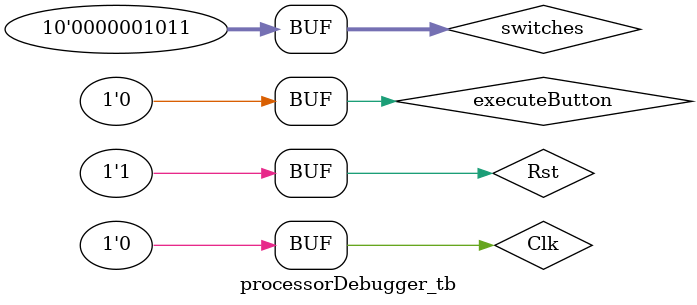
<source format=v>
`timescale 10ns/100ps

module processorDebugger_tb();
    reg executeButton;
    reg [9:0] switches;
    wire [6:0] ss0, ss1, ss2, ss3, ss4, ss5;
    reg Clk;
    reg Rst;

    processorDebugger endThisPlease(executeButton, switches, ss0, ss1, ss2, ss3, ss4, ss5, Clk, Rst);

    always 
    begin
        Clk = 1;
        #10 Clk = 0;
        #10;
    end

    initial
    begin
        Rst = 1;
        switches = 10'b0000000000;
        executeButton = 0;
        #25
        Rst = 0;
        #20
        Rst = 1;
        switches = 10'b0000001011;
        executeButton = 1'b1;
        #80
        executeButton = 1'b0;
        #40
        executeButton = 1'b1;
        #80
        executeButton = 1'b0;
        #40
        executeButton = 1'b1;
        #80
        executeButton = 1'b0;
        #40
        executeButton = 1'b1;
        #80
        executeButton = 1'b0;
        #40
        executeButton = 1'b1;
        #80
        executeButton = 1'b0;
        #40;
        executeButton = 1'b1;
        #80
        executeButton = 1'b0;
        #40;
        executeButton = 1'b1;
        #80
        executeButton = 1'b0;
        #40;
        executeButton = 1'b1;
        #80
        executeButton = 1'b0;
        #40;
        executeButton = 1'b1;
        #80
        executeButton = 1'b0;
        #40;
        executeButton = 1'b1;
        #80
        executeButton = 1'b0;
        #40;
        executeButton = 1'b1;
        #80
        executeButton = 1'b0;
        #40;
        executeButton = 1'b1;
        #80
        executeButton = 1'b0;
        #40;
        executeButton = 1'b1;
        #80
        executeButton = 1'b0;
        #40;
        executeButton = 1'b1;
        #80
        executeButton = 1'b0;
        #40;
        executeButton = 1'b1;
        #80
        executeButton = 1'b0;
        #40;
        executeButton = 1'b1;
        #80
        executeButton = 1'b0;
        #40;
        executeButton = 1'b1;
        #80
        executeButton = 1'b0;
        #40;
        executeButton = 1'b1;
        #80
        executeButton = 1'b0;
        #40;
        executeButton = 1'b1;
        #80
        executeButton = 1'b0;
        #40;
        executeButton = 1'b1;
        #80
        executeButton = 1'b0;
        #40;
        executeButton = 1'b1;
        #80
        executeButton = 1'b0;
        #40;
        executeButton = 1'b1;
        #80
        executeButton = 1'b0;
        #40;
        executeButton = 1'b1;
        #80
        executeButton = 1'b0;
        #40;
        executeButton = 1'b1;
        #80
        executeButton = 1'b0;
        #40;
        executeButton = 1'b1;
        #80
        executeButton = 1'b0;
        #40;
        executeButton = 1'b1;
        #80
        executeButton = 1'b0;
        #40;
        executeButton = 1'b1;
        #80
        executeButton = 1'b0;
        #40;
        executeButton = 1'b1;
        #80
        executeButton = 1'b0;
        #40;
        executeButton = 1'b1;
        #80
        executeButton = 1'b0;
        #40;
        executeButton = 1'b1;
        #80
        executeButton = 1'b0;
        #40;
        executeButton = 1'b1;
        #80
        executeButton = 1'b0;
        #40;
        executeButton = 1'b1;
        #80
        executeButton = 1'b0;
        #40;
        executeButton = 1'b1;
        #80
        executeButton = 1'b0;
        #40;
        executeButton = 1'b1;
        #80
        executeButton = 1'b0;
        #40;
        executeButton = 1'b1;
        #80
        executeButton = 1'b0;
        #40;
        executeButton = 1'b1;
        #80
        executeButton = 1'b0;
        #40;
        executeButton = 1'b1;
        #80
        executeButton = 1'b0;
        #40;
        executeButton = 1'b1;
        #80
        executeButton = 1'b0;
        #40;
        executeButton = 1'b1;
        #80
        executeButton = 1'b0;
        #40;
        executeButton = 1'b1;
        #80
        executeButton = 1'b0;
        #40;
        executeButton = 1'b1;
        #80
        executeButton = 1'b0;
        #40;
        executeButton = 1'b1;
        #80
        executeButton = 1'b0;
        #40;
        executeButton = 1'b1;
        #80
        executeButton = 1'b0;
        #40;
        executeButton = 1'b1;
        #80
        executeButton = 1'b0;
        #40;
        executeButton = 1'b1;
        #80
        executeButton = 1'b0;
        #40;
        executeButton = 1'b1;
        #80
        executeButton = 1'b0;
        #40;
        executeButton = 1'b1;
        #80
        executeButton = 1'b0;
        #40;
        executeButton = 1'b1;
        #80
        executeButton = 1'b0;
        #40;
        executeButton = 1'b1;
        #80
        executeButton = 1'b0;
        #40;
        executeButton = 1'b1;
        #80
        executeButton = 1'b0;
        #40;
        executeButton = 1'b1;
        #80
        executeButton = 1'b0;
        #40;
        executeButton = 1'b1;
        #80
        executeButton = 1'b0;
        #40;
        executeButton = 1'b1;
        #80
        executeButton = 1'b0;
        #40;
        executeButton = 1'b1;
        #80
        executeButton = 1'b0;
        #40;
        executeButton = 1'b1;
        #80
        executeButton = 1'b0;
        #40;
        executeButton = 1'b1;
        #80
        executeButton = 1'b0;
        #40;
        executeButton = 1'b1;
        #80
        executeButton = 1'b0;
        #40;
        executeButton = 1'b1;
        #80
        executeButton = 1'b0;
        #40;
        executeButton = 1'b1;
        #80
        executeButton = 1'b0;
        #40;
        executeButton = 1'b1;
        #80
        executeButton = 1'b0;
        #40;
        executeButton = 1'b1;
        #80
        executeButton = 1'b0;
        #40;
        executeButton = 1'b1;
        #80
        executeButton = 1'b0;
        #40;
        executeButton = 1'b1;
        #80
        executeButton = 1'b0;
        #40;
        executeButton = 1'b1;
        #80
        executeButton = 1'b0;
        #40;
        executeButton = 1'b1;
        #80
        executeButton = 1'b0;
        #40;
        executeButton = 1'b1;
        #80
        executeButton = 1'b0;
        #40;
        executeButton = 1'b1;
        #80
        executeButton = 1'b0;
        #40;
        executeButton = 1'b1;
        #80
        executeButton = 1'b0;
        #40;
        executeButton = 1'b1;
        #80
        executeButton = 1'b0;
        #40;
        executeButton = 1'b1;
        #80
        executeButton = 1'b0;
        #40;
        executeButton = 1'b1;
        #80
        executeButton = 1'b0;
        #40;
        executeButton = 1'b1;
        #80
        executeButton = 1'b0;
        #40;
        executeButton = 1'b1;
        #80
        executeButton = 1'b0;
        #40;
        executeButton = 1'b1;
        #80
        executeButton = 1'b0;
        #40;
        executeButton = 1'b1;
        #80
        executeButton = 1'b0;
        #40;
        executeButton = 1'b1;
        #80
        executeButton = 1'b0;
        #40;
        executeButton = 1'b1;
        #80
        executeButton = 1'b0;
        #40;
        executeButton = 1'b1;
        #80
        executeButton = 1'b0;
        #40;
        executeButton = 1'b1;
        #80
        executeButton = 1'b0;
        #40;
        executeButton = 1'b1;
        #80
        executeButton = 1'b0;
        #40;
        executeButton = 1'b1;
        #80
        executeButton = 1'b0;
        #40;
        executeButton = 1'b1;
        #80
        executeButton = 1'b0;
        #40;
        executeButton = 1'b1;
        #80
        executeButton = 1'b0;
        #40;
        executeButton = 1'b1;
        #80
        executeButton = 1'b0;
        #40;
        executeButton = 1'b1;
        #80
        executeButton = 1'b0;
        #40;
        executeButton = 1'b1;
        #80
        executeButton = 1'b0;
        #40;
        executeButton = 1'b1;
        #80
        executeButton = 1'b0;
        #40;
        executeButton = 1'b1;
        #80
        executeButton = 1'b0;
        #40;
        executeButton = 1'b1;
        #80
        executeButton = 1'b0;
        #40;
        executeButton = 1'b1;
        #80
        executeButton = 1'b0;
        #40;
        executeButton = 1'b1;
        #80
        executeButton = 1'b0;
        #40;
        executeButton = 1'b1;
        #80
        executeButton = 1'b0;
        #40;
        executeButton = 1'b1;
        #80
        executeButton = 1'b0;
        #40;
        executeButton = 1'b1;
        #80
        executeButton = 1'b0;
        #40;
    end
endmodule
</source>
